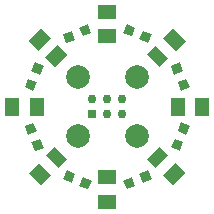
<source format=gts>
G04 (created by PCBNEW (2013-09-13 BZR 4316)-product) date Mon 16 Sep 2013 03:18:15 PM CEST*
%MOIN*%
G04 Gerber Fmt 3.4, Leading zero omitted, Abs format*
%FSLAX34Y34*%
G01*
G70*
G90*
G04 APERTURE LIST*
%ADD10C,0.005906*%
%ADD11R,0.047244X0.059055*%
%ADD12R,0.029528X0.029528*%
%ADD13C,0.029528*%
%ADD14C,0.078740*%
%ADD15R,0.059055X0.047244*%
G04 APERTURE END LIST*
G54D10*
G36*
X27328Y-27026D02*
X26910Y-26608D01*
X27244Y-26274D01*
X27662Y-26692D01*
X27328Y-27026D01*
X27328Y-27026D01*
G37*
G36*
X27912Y-26441D02*
X27495Y-26024D01*
X27773Y-25745D01*
X28191Y-26163D01*
X27912Y-26441D01*
X27912Y-26441D01*
G37*
G36*
X32144Y-26608D02*
X31726Y-27026D01*
X31392Y-26692D01*
X31810Y-26274D01*
X32144Y-26608D01*
X32144Y-26608D01*
G37*
G36*
X31559Y-26024D02*
X31142Y-26441D01*
X30863Y-26163D01*
X31281Y-25745D01*
X31559Y-26024D01*
X31559Y-26024D01*
G37*
G36*
X31726Y-21792D02*
X32144Y-22210D01*
X31810Y-22544D01*
X31392Y-22126D01*
X31726Y-21792D01*
X31726Y-21792D01*
G37*
G36*
X31142Y-22377D02*
X31559Y-22794D01*
X31281Y-23073D01*
X30863Y-22655D01*
X31142Y-22377D01*
X31142Y-22377D01*
G37*
G36*
X26910Y-22210D02*
X27328Y-21792D01*
X27662Y-22126D01*
X27244Y-22544D01*
X26910Y-22210D01*
X26910Y-22210D01*
G37*
G36*
X27467Y-22766D02*
X27884Y-22349D01*
X28219Y-22683D01*
X27801Y-23100D01*
X27467Y-22766D01*
X27467Y-22766D01*
G37*
G54D11*
X26358Y-24409D03*
X27184Y-24409D03*
G54D12*
X29027Y-24659D03*
G54D13*
X29027Y-24159D03*
X29527Y-24659D03*
X29527Y-24159D03*
X30027Y-24659D03*
X30027Y-24159D03*
G54D14*
X28543Y-25393D03*
X28543Y-23425D03*
X30511Y-23425D03*
X30511Y-25393D03*
G54D10*
G36*
X30171Y-21652D02*
X30462Y-21772D01*
X30341Y-22063D01*
X30051Y-21942D01*
X30171Y-21652D01*
X30171Y-21652D01*
G37*
G36*
X30717Y-21878D02*
X31007Y-21998D01*
X30886Y-22288D01*
X30596Y-22168D01*
X30717Y-21878D01*
X30717Y-21878D01*
G37*
G54D15*
X29527Y-21240D03*
X29527Y-22066D03*
X29527Y-27578D03*
X29527Y-26752D03*
G54D11*
X32696Y-24409D03*
X31870Y-24409D03*
G54D10*
G36*
X28883Y-27166D02*
X28593Y-27045D01*
X28713Y-26755D01*
X29003Y-26875D01*
X28883Y-27166D01*
X28883Y-27166D01*
G37*
G36*
X28338Y-26940D02*
X28047Y-26820D01*
X28168Y-26530D01*
X28458Y-26650D01*
X28338Y-26940D01*
X28338Y-26940D01*
G37*
G36*
X32284Y-25053D02*
X32164Y-25343D01*
X31873Y-25223D01*
X31994Y-24933D01*
X32284Y-25053D01*
X32284Y-25053D01*
G37*
G36*
X32058Y-25598D02*
X31938Y-25889D01*
X31648Y-25768D01*
X31768Y-25478D01*
X32058Y-25598D01*
X32058Y-25598D01*
G37*
G36*
X26770Y-23765D02*
X26891Y-23474D01*
X27181Y-23595D01*
X27061Y-23885D01*
X26770Y-23765D01*
X26770Y-23765D01*
G37*
G36*
X26996Y-23219D02*
X27116Y-22929D01*
X27406Y-23050D01*
X27286Y-23340D01*
X26996Y-23219D01*
X26996Y-23219D01*
G37*
G36*
X31937Y-22928D02*
X32057Y-23218D01*
X31767Y-23338D01*
X31647Y-23048D01*
X31937Y-22928D01*
X31937Y-22928D01*
G37*
G36*
X32163Y-23473D02*
X32283Y-23763D01*
X31993Y-23883D01*
X31873Y-23593D01*
X32163Y-23473D01*
X32163Y-23473D01*
G37*
G36*
X31008Y-26819D02*
X30718Y-26939D01*
X30598Y-26649D01*
X30888Y-26529D01*
X31008Y-26819D01*
X31008Y-26819D01*
G37*
G36*
X30463Y-27045D02*
X30173Y-27165D01*
X30053Y-26875D01*
X30343Y-26755D01*
X30463Y-27045D01*
X30463Y-27045D01*
G37*
G36*
X27117Y-25890D02*
X26997Y-25600D01*
X27287Y-25480D01*
X27407Y-25770D01*
X27117Y-25890D01*
X27117Y-25890D01*
G37*
G36*
X26891Y-25345D02*
X26771Y-25055D01*
X27061Y-24935D01*
X27181Y-25225D01*
X26891Y-25345D01*
X26891Y-25345D01*
G37*
G36*
X28046Y-21999D02*
X28336Y-21879D01*
X28456Y-22169D01*
X28166Y-22289D01*
X28046Y-21999D01*
X28046Y-21999D01*
G37*
G36*
X28591Y-21773D02*
X28881Y-21653D01*
X29001Y-21943D01*
X28711Y-22063D01*
X28591Y-21773D01*
X28591Y-21773D01*
G37*
M02*

</source>
